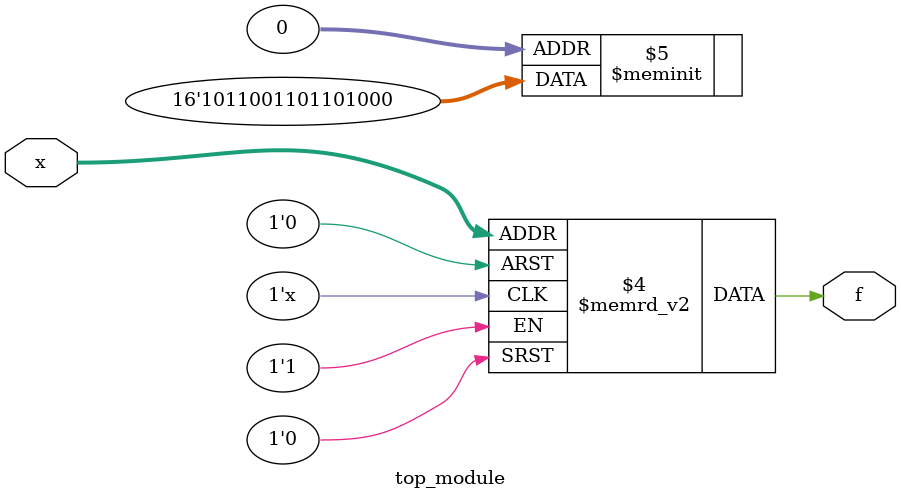
<source format=sv>
module top_module (
    input [4:1] x,
    output logic f
);

    always_comb begin
        case (x)
            4'b0000: f = 1'b0; // d (don't care, we chose 0)
            4'b0001: f = 1'b0;
            4'b0010: f = 1'b0; // d (don't care, we chose 0)
            4'b0011: f = 1'b1; // d (don't care, we chose 1)
            4'b0100: f = 1'b0;
            4'b0101: f = 1'b1; // d (don't care, we chose 1)
            4'b0110: f = 1'b1;
            4'b0111: f = 1'b0;
            4'b1000: f = 1'b1;
            4'b1001: f = 1'b1;
            4'b1010: f = 1'b0;
            4'b1011: f = 1'b0; // d (don't care, we chose 0)
            4'b1100: f = 1'b1;
            4'b1101: f = 1'b1;
            4'b1110: f = 1'b0; // d (don't care, we chose 0)
            4'b1111: f = 1'b1; // d (don't care, we chose 1)
        endcase
    end

endmodule

</source>
